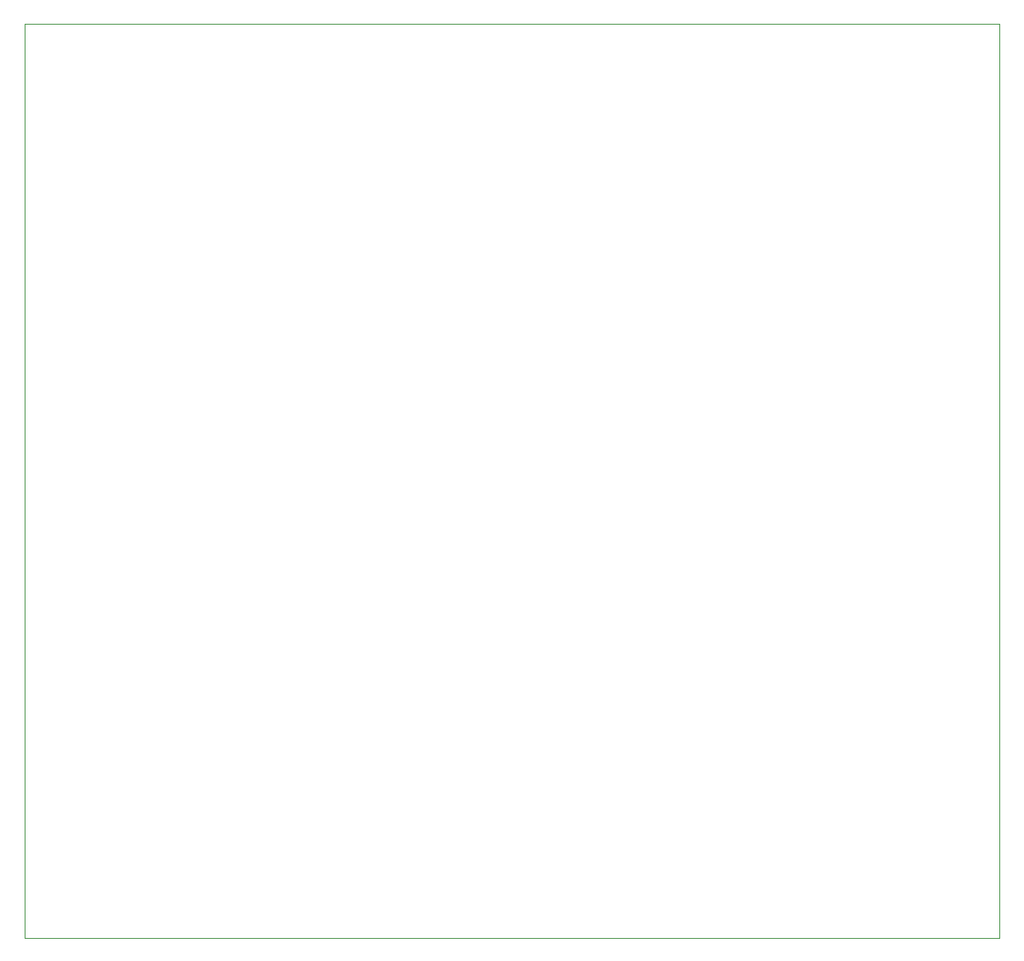
<source format=gm1>
%TF.GenerationSoftware,KiCad,Pcbnew,(6.0.4)*%
%TF.CreationDate,2022-05-20T17:10:54-05:00*%
%TF.ProjectId,Easyrun,45617379-7275-46e2-9e6b-696361645f70,rev?*%
%TF.SameCoordinates,Original*%
%TF.FileFunction,Profile,NP*%
%FSLAX46Y46*%
G04 Gerber Fmt 4.6, Leading zero omitted, Abs format (unit mm)*
G04 Created by KiCad (PCBNEW (6.0.4)) date 2022-05-20 17:10:54*
%MOMM*%
%LPD*%
G01*
G04 APERTURE LIST*
%TA.AperFunction,Profile*%
%ADD10C,0.100000*%
%TD*%
G04 APERTURE END LIST*
D10*
X202448000Y-144165000D02*
X102067200Y-144165000D01*
X102067200Y-144165000D02*
X102067200Y-49931000D01*
X102067200Y-49931000D02*
X202448000Y-49931000D01*
X202448000Y-49931000D02*
X202448000Y-144165000D01*
M02*

</source>
